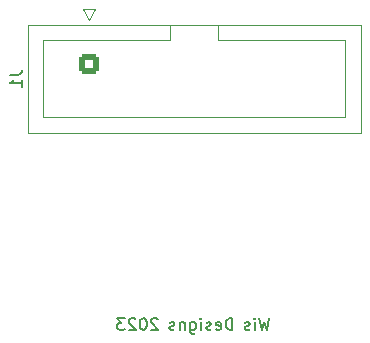
<source format=gbr>
%TF.GenerationSoftware,KiCad,Pcbnew,(7.0.0)*%
%TF.CreationDate,2023-03-14T07:08:31-07:00*%
%TF.ProjectId,wisseq,77697373-6571-42e6-9b69-6361645f7063,rev?*%
%TF.SameCoordinates,Original*%
%TF.FileFunction,Legend,Bot*%
%TF.FilePolarity,Positive*%
%FSLAX46Y46*%
G04 Gerber Fmt 4.6, Leading zero omitted, Abs format (unit mm)*
G04 Created by KiCad (PCBNEW (7.0.0)) date 2023-03-14 07:08:31*
%MOMM*%
%LPD*%
G01*
G04 APERTURE LIST*
G04 Aperture macros list*
%AMRoundRect*
0 Rectangle with rounded corners*
0 $1 Rounding radius*
0 $2 $3 $4 $5 $6 $7 $8 $9 X,Y pos of 4 corners*
0 Add a 4 corners polygon primitive as box body*
4,1,4,$2,$3,$4,$5,$6,$7,$8,$9,$2,$3,0*
0 Add four circle primitives for the rounded corners*
1,1,$1+$1,$2,$3*
1,1,$1+$1,$4,$5*
1,1,$1+$1,$6,$7*
1,1,$1+$1,$8,$9*
0 Add four rect primitives between the rounded corners*
20,1,$1+$1,$2,$3,$4,$5,0*
20,1,$1+$1,$4,$5,$6,$7,0*
20,1,$1+$1,$6,$7,$8,$9,0*
20,1,$1+$1,$8,$9,$2,$3,0*%
G04 Aperture macros list end*
%ADD10C,0.150000*%
%ADD11C,0.120000*%
%ADD12RoundRect,0.250000X-0.600000X0.600000X-0.600000X-0.600000X0.600000X-0.600000X0.600000X0.600000X0*%
%ADD13C,1.700000*%
%ADD14R,1.930000X1.830000*%
%ADD15C,2.130000*%
G04 APERTURE END LIST*
D10*
X41357142Y-135782380D02*
X41119047Y-136782380D01*
X41119047Y-136782380D02*
X40928571Y-136068095D01*
X40928571Y-136068095D02*
X40738095Y-136782380D01*
X40738095Y-136782380D02*
X40500000Y-135782380D01*
X40119047Y-136782380D02*
X40119047Y-136115714D01*
X40119047Y-135782380D02*
X40166666Y-135830000D01*
X40166666Y-135830000D02*
X40119047Y-135877619D01*
X40119047Y-135877619D02*
X40071428Y-135830000D01*
X40071428Y-135830000D02*
X40119047Y-135782380D01*
X40119047Y-135782380D02*
X40119047Y-135877619D01*
X39690476Y-136734761D02*
X39595238Y-136782380D01*
X39595238Y-136782380D02*
X39404762Y-136782380D01*
X39404762Y-136782380D02*
X39309524Y-136734761D01*
X39309524Y-136734761D02*
X39261905Y-136639523D01*
X39261905Y-136639523D02*
X39261905Y-136591904D01*
X39261905Y-136591904D02*
X39309524Y-136496666D01*
X39309524Y-136496666D02*
X39404762Y-136449047D01*
X39404762Y-136449047D02*
X39547619Y-136449047D01*
X39547619Y-136449047D02*
X39642857Y-136401428D01*
X39642857Y-136401428D02*
X39690476Y-136306190D01*
X39690476Y-136306190D02*
X39690476Y-136258571D01*
X39690476Y-136258571D02*
X39642857Y-136163333D01*
X39642857Y-136163333D02*
X39547619Y-136115714D01*
X39547619Y-136115714D02*
X39404762Y-136115714D01*
X39404762Y-136115714D02*
X39309524Y-136163333D01*
X38233333Y-136782380D02*
X38233333Y-135782380D01*
X38233333Y-135782380D02*
X37995238Y-135782380D01*
X37995238Y-135782380D02*
X37852381Y-135830000D01*
X37852381Y-135830000D02*
X37757143Y-135925238D01*
X37757143Y-135925238D02*
X37709524Y-136020476D01*
X37709524Y-136020476D02*
X37661905Y-136210952D01*
X37661905Y-136210952D02*
X37661905Y-136353809D01*
X37661905Y-136353809D02*
X37709524Y-136544285D01*
X37709524Y-136544285D02*
X37757143Y-136639523D01*
X37757143Y-136639523D02*
X37852381Y-136734761D01*
X37852381Y-136734761D02*
X37995238Y-136782380D01*
X37995238Y-136782380D02*
X38233333Y-136782380D01*
X36852381Y-136734761D02*
X36947619Y-136782380D01*
X36947619Y-136782380D02*
X37138095Y-136782380D01*
X37138095Y-136782380D02*
X37233333Y-136734761D01*
X37233333Y-136734761D02*
X37280952Y-136639523D01*
X37280952Y-136639523D02*
X37280952Y-136258571D01*
X37280952Y-136258571D02*
X37233333Y-136163333D01*
X37233333Y-136163333D02*
X37138095Y-136115714D01*
X37138095Y-136115714D02*
X36947619Y-136115714D01*
X36947619Y-136115714D02*
X36852381Y-136163333D01*
X36852381Y-136163333D02*
X36804762Y-136258571D01*
X36804762Y-136258571D02*
X36804762Y-136353809D01*
X36804762Y-136353809D02*
X37280952Y-136449047D01*
X36423809Y-136734761D02*
X36328571Y-136782380D01*
X36328571Y-136782380D02*
X36138095Y-136782380D01*
X36138095Y-136782380D02*
X36042857Y-136734761D01*
X36042857Y-136734761D02*
X35995238Y-136639523D01*
X35995238Y-136639523D02*
X35995238Y-136591904D01*
X35995238Y-136591904D02*
X36042857Y-136496666D01*
X36042857Y-136496666D02*
X36138095Y-136449047D01*
X36138095Y-136449047D02*
X36280952Y-136449047D01*
X36280952Y-136449047D02*
X36376190Y-136401428D01*
X36376190Y-136401428D02*
X36423809Y-136306190D01*
X36423809Y-136306190D02*
X36423809Y-136258571D01*
X36423809Y-136258571D02*
X36376190Y-136163333D01*
X36376190Y-136163333D02*
X36280952Y-136115714D01*
X36280952Y-136115714D02*
X36138095Y-136115714D01*
X36138095Y-136115714D02*
X36042857Y-136163333D01*
X35566666Y-136782380D02*
X35566666Y-136115714D01*
X35566666Y-135782380D02*
X35614285Y-135830000D01*
X35614285Y-135830000D02*
X35566666Y-135877619D01*
X35566666Y-135877619D02*
X35519047Y-135830000D01*
X35519047Y-135830000D02*
X35566666Y-135782380D01*
X35566666Y-135782380D02*
X35566666Y-135877619D01*
X34661905Y-136115714D02*
X34661905Y-136925238D01*
X34661905Y-136925238D02*
X34709524Y-137020476D01*
X34709524Y-137020476D02*
X34757143Y-137068095D01*
X34757143Y-137068095D02*
X34852381Y-137115714D01*
X34852381Y-137115714D02*
X34995238Y-137115714D01*
X34995238Y-137115714D02*
X35090476Y-137068095D01*
X34661905Y-136734761D02*
X34757143Y-136782380D01*
X34757143Y-136782380D02*
X34947619Y-136782380D01*
X34947619Y-136782380D02*
X35042857Y-136734761D01*
X35042857Y-136734761D02*
X35090476Y-136687142D01*
X35090476Y-136687142D02*
X35138095Y-136591904D01*
X35138095Y-136591904D02*
X35138095Y-136306190D01*
X35138095Y-136306190D02*
X35090476Y-136210952D01*
X35090476Y-136210952D02*
X35042857Y-136163333D01*
X35042857Y-136163333D02*
X34947619Y-136115714D01*
X34947619Y-136115714D02*
X34757143Y-136115714D01*
X34757143Y-136115714D02*
X34661905Y-136163333D01*
X34185714Y-136115714D02*
X34185714Y-136782380D01*
X34185714Y-136210952D02*
X34138095Y-136163333D01*
X34138095Y-136163333D02*
X34042857Y-136115714D01*
X34042857Y-136115714D02*
X33900000Y-136115714D01*
X33900000Y-136115714D02*
X33804762Y-136163333D01*
X33804762Y-136163333D02*
X33757143Y-136258571D01*
X33757143Y-136258571D02*
X33757143Y-136782380D01*
X33328571Y-136734761D02*
X33233333Y-136782380D01*
X33233333Y-136782380D02*
X33042857Y-136782380D01*
X33042857Y-136782380D02*
X32947619Y-136734761D01*
X32947619Y-136734761D02*
X32900000Y-136639523D01*
X32900000Y-136639523D02*
X32900000Y-136591904D01*
X32900000Y-136591904D02*
X32947619Y-136496666D01*
X32947619Y-136496666D02*
X33042857Y-136449047D01*
X33042857Y-136449047D02*
X33185714Y-136449047D01*
X33185714Y-136449047D02*
X33280952Y-136401428D01*
X33280952Y-136401428D02*
X33328571Y-136306190D01*
X33328571Y-136306190D02*
X33328571Y-136258571D01*
X33328571Y-136258571D02*
X33280952Y-136163333D01*
X33280952Y-136163333D02*
X33185714Y-136115714D01*
X33185714Y-136115714D02*
X33042857Y-136115714D01*
X33042857Y-136115714D02*
X32947619Y-136163333D01*
X31919047Y-135877619D02*
X31871428Y-135830000D01*
X31871428Y-135830000D02*
X31776190Y-135782380D01*
X31776190Y-135782380D02*
X31538095Y-135782380D01*
X31538095Y-135782380D02*
X31442857Y-135830000D01*
X31442857Y-135830000D02*
X31395238Y-135877619D01*
X31395238Y-135877619D02*
X31347619Y-135972857D01*
X31347619Y-135972857D02*
X31347619Y-136068095D01*
X31347619Y-136068095D02*
X31395238Y-136210952D01*
X31395238Y-136210952D02*
X31966666Y-136782380D01*
X31966666Y-136782380D02*
X31347619Y-136782380D01*
X30728571Y-135782380D02*
X30633333Y-135782380D01*
X30633333Y-135782380D02*
X30538095Y-135830000D01*
X30538095Y-135830000D02*
X30490476Y-135877619D01*
X30490476Y-135877619D02*
X30442857Y-135972857D01*
X30442857Y-135972857D02*
X30395238Y-136163333D01*
X30395238Y-136163333D02*
X30395238Y-136401428D01*
X30395238Y-136401428D02*
X30442857Y-136591904D01*
X30442857Y-136591904D02*
X30490476Y-136687142D01*
X30490476Y-136687142D02*
X30538095Y-136734761D01*
X30538095Y-136734761D02*
X30633333Y-136782380D01*
X30633333Y-136782380D02*
X30728571Y-136782380D01*
X30728571Y-136782380D02*
X30823809Y-136734761D01*
X30823809Y-136734761D02*
X30871428Y-136687142D01*
X30871428Y-136687142D02*
X30919047Y-136591904D01*
X30919047Y-136591904D02*
X30966666Y-136401428D01*
X30966666Y-136401428D02*
X30966666Y-136163333D01*
X30966666Y-136163333D02*
X30919047Y-135972857D01*
X30919047Y-135972857D02*
X30871428Y-135877619D01*
X30871428Y-135877619D02*
X30823809Y-135830000D01*
X30823809Y-135830000D02*
X30728571Y-135782380D01*
X30014285Y-135877619D02*
X29966666Y-135830000D01*
X29966666Y-135830000D02*
X29871428Y-135782380D01*
X29871428Y-135782380D02*
X29633333Y-135782380D01*
X29633333Y-135782380D02*
X29538095Y-135830000D01*
X29538095Y-135830000D02*
X29490476Y-135877619D01*
X29490476Y-135877619D02*
X29442857Y-135972857D01*
X29442857Y-135972857D02*
X29442857Y-136068095D01*
X29442857Y-136068095D02*
X29490476Y-136210952D01*
X29490476Y-136210952D02*
X30061904Y-136782380D01*
X30061904Y-136782380D02*
X29442857Y-136782380D01*
X29109523Y-135782380D02*
X28490476Y-135782380D01*
X28490476Y-135782380D02*
X28823809Y-136163333D01*
X28823809Y-136163333D02*
X28680952Y-136163333D01*
X28680952Y-136163333D02*
X28585714Y-136210952D01*
X28585714Y-136210952D02*
X28538095Y-136258571D01*
X28538095Y-136258571D02*
X28490476Y-136353809D01*
X28490476Y-136353809D02*
X28490476Y-136591904D01*
X28490476Y-136591904D02*
X28538095Y-136687142D01*
X28538095Y-136687142D02*
X28585714Y-136734761D01*
X28585714Y-136734761D02*
X28680952Y-136782380D01*
X28680952Y-136782380D02*
X28966666Y-136782380D01*
X28966666Y-136782380D02*
X29061904Y-136734761D01*
X29061904Y-136734761D02*
X29109523Y-136687142D01*
%TO.C,J1*%
X19377380Y-115184166D02*
X20091666Y-115184166D01*
X20091666Y-115184166D02*
X20234523Y-115136547D01*
X20234523Y-115136547D02*
X20329761Y-115041309D01*
X20329761Y-115041309D02*
X20377380Y-114898452D01*
X20377380Y-114898452D02*
X20377380Y-114803214D01*
X20377380Y-116184166D02*
X20377380Y-115612738D01*
X20377380Y-115898452D02*
X19377380Y-115898452D01*
X19377380Y-115898452D02*
X19520238Y-115803214D01*
X19520238Y-115803214D02*
X19615476Y-115707976D01*
X19615476Y-115707976D02*
X19663095Y-115612738D01*
D11*
X47800000Y-112267500D02*
X37050000Y-112267500D01*
X25610000Y-109567500D02*
X26610000Y-109567500D01*
X49100000Y-110957500D02*
X20900000Y-110957500D01*
X37050000Y-112267500D02*
X37050000Y-110957500D01*
X37050000Y-112267500D02*
X37050000Y-112267500D01*
X22200000Y-112267500D02*
X22200000Y-118767500D01*
X26610000Y-109567500D02*
X26110000Y-110567500D01*
X20900000Y-120077500D02*
X49100000Y-120077500D01*
X49100000Y-120077500D02*
X49100000Y-110957500D01*
X22200000Y-118767500D02*
X47800000Y-118767500D01*
X32950000Y-110957500D02*
X32950000Y-112267500D01*
X47800000Y-118767500D02*
X47800000Y-112267500D01*
X20900000Y-110957500D02*
X20900000Y-120077500D01*
X32950000Y-112267500D02*
X22200000Y-112267500D01*
X26110000Y-110567500D02*
X25610000Y-109567500D01*
%TD*%
%LPC*%
D12*
%TO.C,J1*%
X26110000Y-114247500D03*
D13*
X26110000Y-116787500D03*
X28650000Y-114247500D03*
X28650000Y-116787500D03*
X31190000Y-114247500D03*
X31190000Y-116787500D03*
X33730000Y-114247500D03*
X33730000Y-116787500D03*
X36270000Y-114247500D03*
X36270000Y-116787500D03*
X38810000Y-114247500D03*
X38810000Y-116787500D03*
X41350000Y-114247500D03*
X41350000Y-116787500D03*
X43890000Y-114247500D03*
X43890000Y-116787500D03*
%TD*%
D14*
%TO.C,J3*%
X42249999Y-122849999D03*
D15*
X42250000Y-134250000D03*
X42250000Y-125950000D03*
%TD*%
D14*
%TO.C,J2*%
X26499999Y-122969999D03*
D15*
X26500000Y-134370000D03*
X26500000Y-126070000D03*
%TD*%
M02*

</source>
